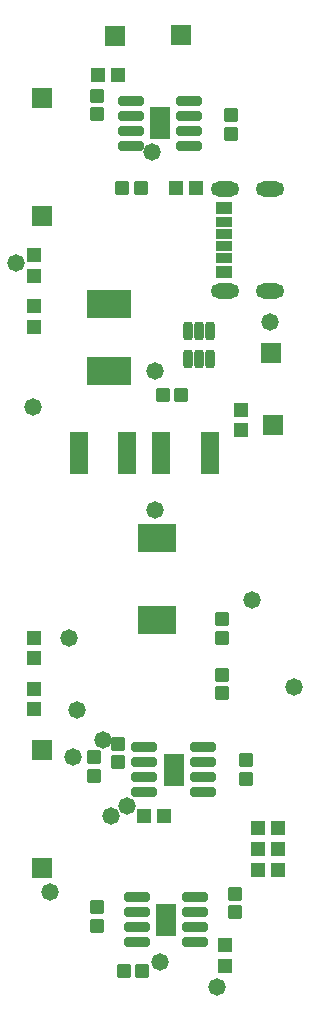
<source format=gbr>
%TF.GenerationSoftware,Altium Limited,Altium Designer,22.2.1 (43)*%
G04 Layer_Color=16711935*
%FSLAX45Y45*%
%MOMM*%
%TF.SameCoordinates,1A700276-89F6-4FF8-B3D7-4A67EA63658B*%
%TF.FilePolarity,Negative*%
%TF.FileFunction,Soldermask,Bot*%
%TF.Part,Single*%
G01*
G75*
%TA.AperFunction,SMDPad,CuDef*%
G04:AMPARAMS|DCode=36|XSize=1.1432mm|YSize=1.2232mm|CornerRadius=0.1956mm|HoleSize=0mm|Usage=FLASHONLY|Rotation=270.000|XOffset=0mm|YOffset=0mm|HoleType=Round|Shape=RoundedRectangle|*
%AMROUNDEDRECTD36*
21,1,1.14320,0.83200,0,0,270.0*
21,1,0.75200,1.22320,0,0,270.0*
1,1,0.39120,-0.41600,-0.37600*
1,1,0.39120,-0.41600,0.37600*
1,1,0.39120,0.41600,0.37600*
1,1,0.39120,0.41600,-0.37600*
%
%ADD36ROUNDEDRECTD36*%
%ADD37R,1.20320X1.30320*%
%ADD38R,1.30320X1.20320*%
%TA.AperFunction,ConnectorPad*%
%ADD39R,1.40320X1.00320*%
%ADD40R,1.40320X0.96320*%
%ADD41R,1.40320X0.90320*%
%TA.AperFunction,SMDPad,CuDef*%
%ADD42R,3.32320X2.49320*%
%ADD43R,1.57480X3.60680*%
G04:AMPARAMS|DCode=44|XSize=1.1432mm|YSize=1.2232mm|CornerRadius=0.1956mm|HoleSize=0mm|Usage=FLASHONLY|Rotation=180.000|XOffset=0mm|YOffset=0mm|HoleType=Round|Shape=RoundedRectangle|*
%AMROUNDEDRECTD44*
21,1,1.14320,0.83200,0,0,180.0*
21,1,0.75200,1.22320,0,0,180.0*
1,1,0.39120,-0.37600,0.41600*
1,1,0.39120,0.37600,0.41600*
1,1,0.39120,0.37600,-0.41600*
1,1,0.39120,-0.37600,-0.41600*
%
%ADD44ROUNDEDRECTD44*%
G04:AMPARAMS|DCode=45|XSize=2.1732mm|YSize=0.8032mm|CornerRadius=0.1766mm|HoleSize=0mm|Usage=FLASHONLY|Rotation=180.000|XOffset=0mm|YOffset=0mm|HoleType=Round|Shape=RoundedRectangle|*
%AMROUNDEDRECTD45*
21,1,2.17320,0.45000,0,0,180.0*
21,1,1.82000,0.80320,0,0,180.0*
1,1,0.35320,-0.91000,0.22500*
1,1,0.35320,0.91000,0.22500*
1,1,0.35320,0.91000,-0.22500*
1,1,0.35320,-0.91000,-0.22500*
%
%ADD45ROUNDEDRECTD45*%
%ADD46R,1.70320X2.70320*%
G04:AMPARAMS|DCode=47|XSize=1.5732mm|YSize=0.7932mm|CornerRadius=0.2491mm|HoleSize=0mm|Usage=FLASHONLY|Rotation=90.000|XOffset=0mm|YOffset=0mm|HoleType=Round|Shape=RoundedRectangle|*
%AMROUNDEDRECTD47*
21,1,1.57320,0.29500,0,0,90.0*
21,1,1.07500,0.79320,0,0,90.0*
1,1,0.49820,0.14750,0.53750*
1,1,0.49820,0.14750,-0.53750*
1,1,0.49820,-0.14750,-0.53750*
1,1,0.49820,-0.14750,0.53750*
%
%ADD47ROUNDEDRECTD47*%
%ADD48R,3.70840X2.46380*%
%TA.AperFunction,ComponentPad*%
%ADD49O,2.40320X1.30320*%
%ADD50R,1.70320X1.70320*%
%ADD51R,1.70320X1.70320*%
%TA.AperFunction,ViaPad*%
%ADD52C,1.47320*%
D36*
X15176500Y7508499D02*
D03*
Y7350501D02*
D03*
X15252699Y11775699D02*
D03*
Y11617701D02*
D03*
X14122400Y11940799D02*
D03*
Y11782801D02*
D03*
X14097000Y6340099D02*
D03*
Y6182101D02*
D03*
X14300200Y6454399D02*
D03*
Y6296401D02*
D03*
X15379700Y6314699D02*
D03*
Y6156701D02*
D03*
X15290800Y5026401D02*
D03*
Y5184399D02*
D03*
X14122400Y5070099D02*
D03*
Y4912101D02*
D03*
X15176500Y6880601D02*
D03*
Y7038599D02*
D03*
D37*
X15341600Y9279799D02*
D03*
Y9109801D02*
D03*
X15201900Y4745899D02*
D03*
Y4575901D02*
D03*
X13589000Y10417901D02*
D03*
Y10587899D02*
D03*
Y9986101D02*
D03*
Y10156099D02*
D03*
Y6747601D02*
D03*
Y6917599D02*
D03*
Y7183303D02*
D03*
Y7353300D02*
D03*
D38*
X14689999Y5842000D02*
D03*
X14520001D02*
D03*
X15655199Y5562600D02*
D03*
X15485201D02*
D03*
X15655199Y5384800D02*
D03*
X15485201D02*
D03*
Y5740400D02*
D03*
X15655199D02*
D03*
X14956699Y11163300D02*
D03*
X14786700D02*
D03*
X14296300Y12115800D02*
D03*
X14126302D02*
D03*
D39*
X15194901Y10993999D02*
D03*
Y10444002D02*
D03*
D40*
Y10871002D02*
D03*
Y10566999D02*
D03*
D41*
Y10769001D02*
D03*
Y10669001D02*
D03*
D42*
X14630400Y7505598D02*
D03*
Y8191602D02*
D03*
D43*
X13967461Y8915400D02*
D03*
X14378940D02*
D03*
X15077440D02*
D03*
X14665961D02*
D03*
D44*
X14678401Y9410700D02*
D03*
X14836398D02*
D03*
X14493500Y11163300D02*
D03*
X14335501D02*
D03*
X14506200Y4533900D02*
D03*
X14348201D02*
D03*
D45*
X14903297Y11899900D02*
D03*
Y11772900D02*
D03*
Y11645900D02*
D03*
Y11518900D02*
D03*
X14408302Y11645900D02*
D03*
Y11772900D02*
D03*
Y11899900D02*
D03*
Y11518900D02*
D03*
X15017598Y6426200D02*
D03*
Y6299200D02*
D03*
Y6172200D02*
D03*
Y6045200D02*
D03*
X14522601D02*
D03*
Y6172200D02*
D03*
Y6299200D02*
D03*
Y6426200D02*
D03*
X14459097Y5156200D02*
D03*
Y5029200D02*
D03*
Y4902200D02*
D03*
Y4775200D02*
D03*
X14954092D02*
D03*
Y4902200D02*
D03*
Y5029200D02*
D03*
Y5156200D02*
D03*
D46*
X14655800Y11709400D02*
D03*
X14770100Y6235700D02*
D03*
X14706595Y4965700D02*
D03*
D47*
X14890999Y9712803D02*
D03*
X14986000D02*
D03*
X15081001D02*
D03*
Y9946803D02*
D03*
X14986000D02*
D03*
X14890999D02*
D03*
D48*
X14224001Y10175240D02*
D03*
Y9611360D02*
D03*
D49*
X15202901Y11151001D02*
D03*
Y10287000D02*
D03*
X15582899Y11151001D02*
D03*
Y10287000D02*
D03*
D50*
X15595599Y9766300D02*
D03*
X14833600Y12458700D02*
D03*
X14274800Y12446000D02*
D03*
X15608299Y9156700D02*
D03*
D51*
X13652499Y6400876D02*
D03*
Y10922000D02*
D03*
Y5400878D02*
D03*
Y11925300D02*
D03*
D52*
X14587219Y11460480D02*
D03*
X15786099Y6936740D02*
D03*
X13954761Y6742506D02*
D03*
X13726160Y5196840D02*
D03*
X13881100Y7353300D02*
D03*
X13436600Y10525760D02*
D03*
X13919200Y6340099D02*
D03*
X13583920Y9304020D02*
D03*
X14173199Y6484620D02*
D03*
X15430499Y7668260D02*
D03*
X15588478Y10027422D02*
D03*
X14615160Y9613900D02*
D03*
Y8435340D02*
D03*
X14236700Y5842000D02*
D03*
X14658340Y4610100D02*
D03*
X14376401Y5928360D02*
D03*
X15138400Y4394200D02*
D03*
%TF.MD5,89e5d3213870e042bcf20bb5ea994256*%
M02*

</source>
